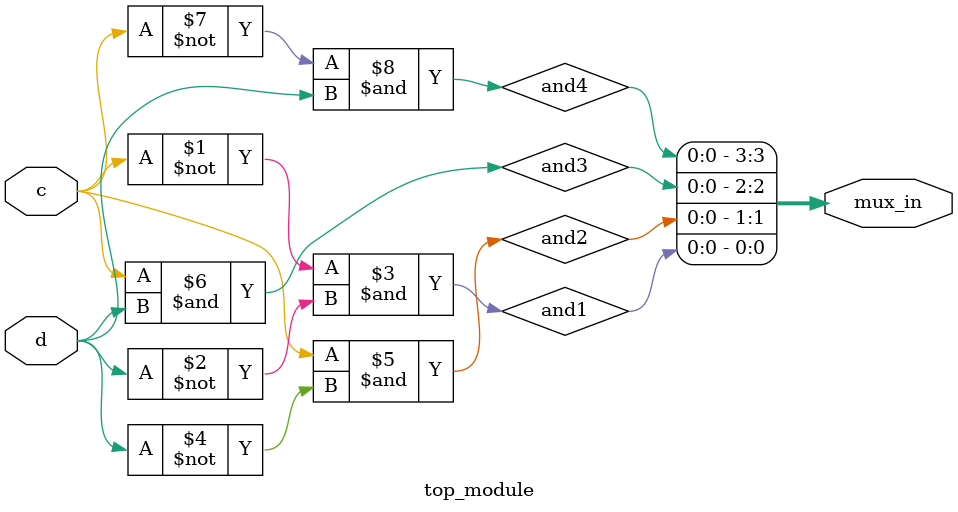
<source format=sv>
module top_module (
    input c,
    input d,
    output [3:0] mux_in
);

wire and1, and2, and3, and4;

assign and1 = ~c & ~d;
assign and2 = c & ~d;
assign and3 = c & d;
assign and4 = ~c & d;

assign mux_in[0] = and1;
assign mux_in[1] = and2;
assign mux_in[2] = and3;
assign mux_in[3] = and4;

endmodule

</source>
